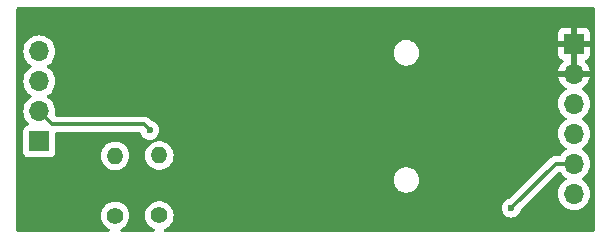
<source format=gbr>
%TF.GenerationSoftware,KiCad,Pcbnew,8.0.4*%
%TF.CreationDate,2024-09-07T22:41:43+02:00*%
%TF.ProjectId,PCB,5043422e-6b69-4636-9164-5f7063625858,rev?*%
%TF.SameCoordinates,Original*%
%TF.FileFunction,Copper,L2,Bot*%
%TF.FilePolarity,Positive*%
%FSLAX46Y46*%
G04 Gerber Fmt 4.6, Leading zero omitted, Abs format (unit mm)*
G04 Created by KiCad (PCBNEW 8.0.4) date 2024-09-07 22:41:43*
%MOMM*%
%LPD*%
G01*
G04 APERTURE LIST*
%TA.AperFunction,ComponentPad*%
%ADD10C,1.400000*%
%TD*%
%TA.AperFunction,ComponentPad*%
%ADD11O,1.400000X1.400000*%
%TD*%
%TA.AperFunction,ComponentPad*%
%ADD12R,1.700000X1.700000*%
%TD*%
%TA.AperFunction,ComponentPad*%
%ADD13O,1.700000X1.700000*%
%TD*%
%TA.AperFunction,ViaPad*%
%ADD14C,0.600000*%
%TD*%
%TA.AperFunction,Conductor*%
%ADD15C,0.300000*%
%TD*%
G04 APERTURE END LIST*
D10*
%TO.P,R2,1*%
%TO.N,+3.3V*%
X155610000Y-93140000D03*
D11*
%TO.P,R2,2*%
%TO.N,/SDA*%
X155610000Y-88060000D03*
%TD*%
%TO.P,R1,2*%
%TO.N,/SCL*%
X151860000Y-88090000D03*
D10*
%TO.P,R1,1*%
%TO.N,+3.3V*%
X151860000Y-93170000D03*
%TD*%
D12*
%TO.P,J3,1,Pin_1*%
%TO.N,GND*%
X190730000Y-78600000D03*
D13*
%TO.P,J3,2,Pin_2*%
X190730000Y-81140000D03*
%TO.P,J3,3,Pin_3*%
%TO.N,/SD*%
X190730000Y-83680000D03*
%TO.P,J3,4,Pin_4*%
%TO.N,/FS*%
X190730000Y-86220000D03*
%TO.P,J3,5,Pin_5*%
%TO.N,+3.3V*%
X190730000Y-88760000D03*
%TO.P,J3,6,Pin_6*%
%TO.N,/VIN*%
X190730000Y-91300000D03*
%TD*%
D12*
%TO.P,J2,1,Pin_1*%
%TO.N,/SCL*%
X145450000Y-86870000D03*
D13*
%TO.P,J2,2,Pin_2*%
%TO.N,/SDA*%
X145450000Y-84330000D03*
%TO.P,J2,3,Pin_3*%
%TO.N,/SCK*%
X145450000Y-81790000D03*
%TO.P,J2,4,Pin_4*%
%TO.N,/MCLK*%
X145450000Y-79250000D03*
%TD*%
D14*
%TO.N,/SDA*%
X154800000Y-85930000D03*
%TO.N,GND*%
X183900000Y-84120000D03*
X183580000Y-81560000D03*
%TO.N,+3.3V*%
X185410000Y-92510000D03*
%TD*%
D15*
%TO.N,/SDA*%
X146540000Y-85420000D02*
X145450000Y-84330000D01*
X154290000Y-85420000D02*
X146540000Y-85420000D01*
X154800000Y-85930000D02*
X154290000Y-85420000D01*
%TO.N,+3.3V*%
X189160000Y-88760000D02*
X190730000Y-88760000D01*
X185410000Y-92510000D02*
X189160000Y-88760000D01*
%TD*%
%TA.AperFunction,Conductor*%
%TO.N,GND*%
G36*
X190980000Y-80706988D02*
G01*
X190922993Y-80674075D01*
X190795826Y-80640000D01*
X190664174Y-80640000D01*
X190537007Y-80674075D01*
X190480000Y-80706988D01*
X190480000Y-79033012D01*
X190537007Y-79065925D01*
X190664174Y-79100000D01*
X190795826Y-79100000D01*
X190922993Y-79065925D01*
X190980000Y-79033012D01*
X190980000Y-80706988D01*
G37*
%TD.AperFunction*%
%TA.AperFunction,Conductor*%
G36*
X192442539Y-75520185D02*
G01*
X192488294Y-75572989D01*
X192499500Y-75624500D01*
X192499500Y-94375500D01*
X192479815Y-94442539D01*
X192427011Y-94488294D01*
X192375500Y-94499500D01*
X156087326Y-94499500D01*
X156020287Y-94479815D01*
X155974532Y-94427011D01*
X155964588Y-94357853D01*
X155993613Y-94294297D01*
X156042533Y-94259873D01*
X156069967Y-94249245D01*
X156147401Y-94219247D01*
X156336562Y-94102124D01*
X156500981Y-93952236D01*
X156635058Y-93774689D01*
X156734229Y-93575528D01*
X156795115Y-93361536D01*
X156815643Y-93140000D01*
X156795115Y-92918464D01*
X156734229Y-92704472D01*
X156726652Y-92689255D01*
X156637391Y-92509996D01*
X184604435Y-92509996D01*
X184604435Y-92510003D01*
X184624630Y-92689249D01*
X184624631Y-92689254D01*
X184684211Y-92859523D01*
X184740096Y-92948462D01*
X184780184Y-93012262D01*
X184907738Y-93139816D01*
X185060478Y-93235789D01*
X185230745Y-93295368D01*
X185230750Y-93295369D01*
X185409996Y-93315565D01*
X185410000Y-93315565D01*
X185410004Y-93315565D01*
X185589249Y-93295369D01*
X185589252Y-93295368D01*
X185589255Y-93295368D01*
X185759522Y-93235789D01*
X185912262Y-93139816D01*
X186039816Y-93012262D01*
X186135789Y-92859522D01*
X186195368Y-92689255D01*
X186196182Y-92682025D01*
X186223245Y-92617611D01*
X186231712Y-92608232D01*
X189388111Y-89451834D01*
X189449432Y-89418351D01*
X189519124Y-89423335D01*
X189575057Y-89465207D01*
X189577365Y-89468393D01*
X189691505Y-89631401D01*
X189691506Y-89631402D01*
X189858597Y-89798493D01*
X189858603Y-89798498D01*
X190044158Y-89928425D01*
X190087783Y-89983002D01*
X190094977Y-90052500D01*
X190063454Y-90114855D01*
X190044158Y-90131575D01*
X189858597Y-90261505D01*
X189691505Y-90428597D01*
X189555965Y-90622169D01*
X189555964Y-90622171D01*
X189456098Y-90836335D01*
X189456094Y-90836344D01*
X189394938Y-91064586D01*
X189394936Y-91064596D01*
X189374341Y-91299999D01*
X189374341Y-91300000D01*
X189394936Y-91535403D01*
X189394938Y-91535413D01*
X189456094Y-91763655D01*
X189456096Y-91763659D01*
X189456097Y-91763663D01*
X189465679Y-91784211D01*
X189555965Y-91977830D01*
X189555967Y-91977834D01*
X189635035Y-92090754D01*
X189691505Y-92171401D01*
X189858599Y-92338495D01*
X189886114Y-92357761D01*
X190052165Y-92474032D01*
X190052167Y-92474033D01*
X190052170Y-92474035D01*
X190266337Y-92573903D01*
X190494592Y-92635063D01*
X190682918Y-92651539D01*
X190729999Y-92655659D01*
X190730000Y-92655659D01*
X190730001Y-92655659D01*
X190769234Y-92652226D01*
X190965408Y-92635063D01*
X191193663Y-92573903D01*
X191407830Y-92474035D01*
X191601401Y-92338495D01*
X191768495Y-92171401D01*
X191904035Y-91977830D01*
X192003903Y-91763663D01*
X192065063Y-91535408D01*
X192085659Y-91300000D01*
X192065063Y-91064592D01*
X192003903Y-90836337D01*
X191904035Y-90622171D01*
X191855499Y-90552853D01*
X191768494Y-90428597D01*
X191601402Y-90261506D01*
X191601396Y-90261501D01*
X191415842Y-90131575D01*
X191372217Y-90076998D01*
X191365023Y-90007500D01*
X191396546Y-89945145D01*
X191415842Y-89928425D01*
X191473356Y-89888153D01*
X191601401Y-89798495D01*
X191768495Y-89631401D01*
X191904035Y-89437830D01*
X192003903Y-89223663D01*
X192065063Y-88995408D01*
X192085659Y-88760000D01*
X192065063Y-88524592D01*
X192003903Y-88296337D01*
X191904035Y-88082171D01*
X191900798Y-88077547D01*
X191768494Y-87888597D01*
X191601402Y-87721506D01*
X191601396Y-87721501D01*
X191415842Y-87591575D01*
X191372217Y-87536998D01*
X191365023Y-87467500D01*
X191396546Y-87405145D01*
X191415842Y-87388425D01*
X191438026Y-87372891D01*
X191601401Y-87258495D01*
X191768495Y-87091401D01*
X191904035Y-86897830D01*
X192003903Y-86683663D01*
X192065063Y-86455408D01*
X192085659Y-86220000D01*
X192065063Y-85984592D01*
X192009619Y-85777669D01*
X192003905Y-85756344D01*
X192003904Y-85756343D01*
X192003903Y-85756337D01*
X191904035Y-85542171D01*
X191892649Y-85525909D01*
X191768494Y-85348597D01*
X191601402Y-85181506D01*
X191601396Y-85181501D01*
X191415842Y-85051575D01*
X191372217Y-84996998D01*
X191365023Y-84927500D01*
X191396546Y-84865145D01*
X191415842Y-84848425D01*
X191438026Y-84832891D01*
X191601401Y-84718495D01*
X191768495Y-84551401D01*
X191904035Y-84357830D01*
X192003903Y-84143663D01*
X192065063Y-83915408D01*
X192085659Y-83680000D01*
X192065063Y-83444592D01*
X192003903Y-83216337D01*
X191904035Y-83002171D01*
X191885112Y-82975145D01*
X191768494Y-82808597D01*
X191601402Y-82641506D01*
X191601401Y-82641505D01*
X191415405Y-82511269D01*
X191371781Y-82456692D01*
X191364588Y-82387193D01*
X191396110Y-82324839D01*
X191415405Y-82308119D01*
X191601082Y-82178105D01*
X191768105Y-82011082D01*
X191903600Y-81817578D01*
X192003429Y-81603492D01*
X192003432Y-81603486D01*
X192060636Y-81390000D01*
X191163012Y-81390000D01*
X191195925Y-81332993D01*
X191230000Y-81205826D01*
X191230000Y-81074174D01*
X191195925Y-80947007D01*
X191163012Y-80890000D01*
X192060636Y-80890000D01*
X192060635Y-80889999D01*
X192003432Y-80676513D01*
X192003429Y-80676507D01*
X191903600Y-80462422D01*
X191903599Y-80462420D01*
X191768113Y-80268926D01*
X191768108Y-80268920D01*
X191645665Y-80146477D01*
X191612180Y-80085154D01*
X191617164Y-80015462D01*
X191659036Y-79959529D01*
X191690013Y-79942614D01*
X191822086Y-79893354D01*
X191822093Y-79893350D01*
X191937187Y-79807190D01*
X191937190Y-79807187D01*
X192023350Y-79692093D01*
X192023354Y-79692086D01*
X192073596Y-79557379D01*
X192073598Y-79557372D01*
X192079999Y-79497844D01*
X192080000Y-79497827D01*
X192080000Y-78850000D01*
X191163012Y-78850000D01*
X191195925Y-78792993D01*
X191230000Y-78665826D01*
X191230000Y-78534174D01*
X191195925Y-78407007D01*
X191163012Y-78350000D01*
X192080000Y-78350000D01*
X192080000Y-77702172D01*
X192079999Y-77702155D01*
X192073598Y-77642627D01*
X192073596Y-77642620D01*
X192023354Y-77507913D01*
X192023350Y-77507906D01*
X191937190Y-77392812D01*
X191937187Y-77392809D01*
X191822093Y-77306649D01*
X191822086Y-77306645D01*
X191687379Y-77256403D01*
X191687372Y-77256401D01*
X191627844Y-77250000D01*
X190980000Y-77250000D01*
X190980000Y-78166988D01*
X190922993Y-78134075D01*
X190795826Y-78100000D01*
X190664174Y-78100000D01*
X190537007Y-78134075D01*
X190480000Y-78166988D01*
X190480000Y-77250000D01*
X189832155Y-77250000D01*
X189772627Y-77256401D01*
X189772620Y-77256403D01*
X189637913Y-77306645D01*
X189637906Y-77306649D01*
X189522812Y-77392809D01*
X189522809Y-77392812D01*
X189436649Y-77507906D01*
X189436645Y-77507913D01*
X189386403Y-77642620D01*
X189386401Y-77642627D01*
X189380000Y-77702155D01*
X189380000Y-78350000D01*
X190296988Y-78350000D01*
X190264075Y-78407007D01*
X190230000Y-78534174D01*
X190230000Y-78665826D01*
X190264075Y-78792993D01*
X190296988Y-78850000D01*
X189380000Y-78850000D01*
X189380000Y-79497844D01*
X189386401Y-79557372D01*
X189386403Y-79557379D01*
X189436645Y-79692086D01*
X189436649Y-79692093D01*
X189522809Y-79807187D01*
X189522812Y-79807190D01*
X189637906Y-79893350D01*
X189637913Y-79893354D01*
X189769986Y-79942614D01*
X189825920Y-79984485D01*
X189850337Y-80049949D01*
X189835486Y-80118222D01*
X189814335Y-80146477D01*
X189691886Y-80268926D01*
X189556400Y-80462420D01*
X189556399Y-80462422D01*
X189456570Y-80676507D01*
X189456567Y-80676513D01*
X189399364Y-80889999D01*
X189399364Y-80890000D01*
X190296988Y-80890000D01*
X190264075Y-80947007D01*
X190230000Y-81074174D01*
X190230000Y-81205826D01*
X190264075Y-81332993D01*
X190296988Y-81390000D01*
X189399364Y-81390000D01*
X189456567Y-81603486D01*
X189456570Y-81603492D01*
X189556399Y-81817578D01*
X189691894Y-82011082D01*
X189858917Y-82178105D01*
X190044595Y-82308119D01*
X190088219Y-82362696D01*
X190095412Y-82432195D01*
X190063890Y-82494549D01*
X190044595Y-82511269D01*
X189858594Y-82641508D01*
X189691505Y-82808597D01*
X189555965Y-83002169D01*
X189555964Y-83002171D01*
X189456098Y-83216335D01*
X189456094Y-83216344D01*
X189394938Y-83444586D01*
X189394936Y-83444596D01*
X189374341Y-83679999D01*
X189374341Y-83680000D01*
X189394936Y-83915403D01*
X189394938Y-83915413D01*
X189456094Y-84143655D01*
X189456096Y-84143659D01*
X189456097Y-84143663D01*
X189542987Y-84329999D01*
X189555965Y-84357830D01*
X189555967Y-84357834D01*
X189691501Y-84551395D01*
X189691506Y-84551402D01*
X189858597Y-84718493D01*
X189858603Y-84718498D01*
X190044158Y-84848425D01*
X190087783Y-84903002D01*
X190094977Y-84972500D01*
X190063454Y-85034855D01*
X190044158Y-85051575D01*
X189858597Y-85181505D01*
X189691505Y-85348597D01*
X189555965Y-85542169D01*
X189555964Y-85542171D01*
X189456098Y-85756335D01*
X189456094Y-85756344D01*
X189394938Y-85984586D01*
X189394936Y-85984596D01*
X189374341Y-86219999D01*
X189374341Y-86220000D01*
X189394936Y-86455403D01*
X189394938Y-86455413D01*
X189456094Y-86683655D01*
X189456096Y-86683659D01*
X189456097Y-86683663D01*
X189538091Y-86859500D01*
X189555965Y-86897830D01*
X189555967Y-86897834D01*
X189691501Y-87091395D01*
X189691506Y-87091402D01*
X189858597Y-87258493D01*
X189858603Y-87258498D01*
X190044158Y-87388425D01*
X190087783Y-87443002D01*
X190094977Y-87512500D01*
X190063454Y-87574855D01*
X190044158Y-87591575D01*
X189858597Y-87721505D01*
X189691506Y-87888596D01*
X189573854Y-88056623D01*
X189519277Y-88100248D01*
X189472279Y-88109500D01*
X189095929Y-88109500D01*
X188970261Y-88134497D01*
X188970255Y-88134499D01*
X188851874Y-88183534D01*
X188745326Y-88254726D01*
X185311775Y-91688277D01*
X185250452Y-91721762D01*
X185237988Y-91723815D01*
X185230752Y-91724630D01*
X185230744Y-91724632D01*
X185060478Y-91784210D01*
X184907737Y-91880184D01*
X184780184Y-92007737D01*
X184684211Y-92160476D01*
X184624631Y-92330745D01*
X184624630Y-92330750D01*
X184604435Y-92509996D01*
X156637391Y-92509996D01*
X156635061Y-92505316D01*
X156635056Y-92505308D01*
X156500979Y-92327761D01*
X156336562Y-92177876D01*
X156336560Y-92177874D01*
X156147404Y-92060754D01*
X156147398Y-92060752D01*
X155939940Y-91980382D01*
X155721243Y-91939500D01*
X155498757Y-91939500D01*
X155280060Y-91980382D01*
X155148864Y-92031207D01*
X155072601Y-92060752D01*
X155072595Y-92060754D01*
X154883439Y-92177874D01*
X154883437Y-92177876D01*
X154719020Y-92327761D01*
X154584943Y-92505308D01*
X154584938Y-92505316D01*
X154485775Y-92704461D01*
X154485769Y-92704476D01*
X154424885Y-92918462D01*
X154424884Y-92918464D01*
X154404357Y-93139999D01*
X154404357Y-93140000D01*
X154424884Y-93361535D01*
X154424885Y-93361537D01*
X154485769Y-93575523D01*
X154485775Y-93575538D01*
X154584938Y-93774683D01*
X154584943Y-93774691D01*
X154719020Y-93952238D01*
X154883437Y-94102123D01*
X154883439Y-94102125D01*
X155072595Y-94219245D01*
X155072597Y-94219246D01*
X155072599Y-94219247D01*
X155072602Y-94219248D01*
X155072604Y-94219249D01*
X155177467Y-94259873D01*
X155232869Y-94302446D01*
X155256460Y-94368213D01*
X155240749Y-94436293D01*
X155190725Y-94485072D01*
X155132674Y-94499500D01*
X152414766Y-94499500D01*
X152347727Y-94479815D01*
X152301972Y-94427011D01*
X152292028Y-94357853D01*
X152321053Y-94294297D01*
X152369972Y-94259873D01*
X152397401Y-94249247D01*
X152586562Y-94132124D01*
X152750981Y-93982236D01*
X152885058Y-93804689D01*
X152984229Y-93605528D01*
X153045115Y-93391536D01*
X153065643Y-93170000D01*
X153045115Y-92948464D01*
X152984229Y-92734472D01*
X152969291Y-92704472D01*
X152885061Y-92535316D01*
X152885056Y-92535308D01*
X152750979Y-92357761D01*
X152586562Y-92207876D01*
X152586560Y-92207874D01*
X152397404Y-92090754D01*
X152397398Y-92090752D01*
X152189940Y-92010382D01*
X151971243Y-91969500D01*
X151748757Y-91969500D01*
X151530060Y-92010382D01*
X151400040Y-92060752D01*
X151322601Y-92090752D01*
X151322595Y-92090754D01*
X151133439Y-92207874D01*
X151133437Y-92207876D01*
X150969020Y-92357761D01*
X150834943Y-92535308D01*
X150834938Y-92535316D01*
X150735775Y-92734461D01*
X150735769Y-92734476D01*
X150674885Y-92948462D01*
X150674884Y-92948464D01*
X150654357Y-93169999D01*
X150654357Y-93170000D01*
X150674884Y-93391535D01*
X150674885Y-93391537D01*
X150735769Y-93605523D01*
X150735775Y-93605538D01*
X150834938Y-93804683D01*
X150834943Y-93804691D01*
X150969020Y-93982238D01*
X151133437Y-94132123D01*
X151133439Y-94132125D01*
X151322595Y-94249245D01*
X151322596Y-94249245D01*
X151322599Y-94249247D01*
X151350028Y-94259873D01*
X151405429Y-94302446D01*
X151429020Y-94368213D01*
X151413309Y-94436293D01*
X151363285Y-94485072D01*
X151305234Y-94499500D01*
X143624500Y-94499500D01*
X143557461Y-94479815D01*
X143511706Y-94427011D01*
X143500500Y-94375500D01*
X143500500Y-90055350D01*
X175444500Y-90055350D01*
X175444500Y-90224649D01*
X175470981Y-90391847D01*
X175523296Y-90552853D01*
X175600152Y-90703688D01*
X175699648Y-90840634D01*
X175699652Y-90840639D01*
X175819360Y-90960347D01*
X175819365Y-90960351D01*
X175938817Y-91047137D01*
X175956315Y-91059850D01*
X176052425Y-91108820D01*
X176107146Y-91136703D01*
X176107148Y-91136703D01*
X176107151Y-91136705D01*
X176193450Y-91164745D01*
X176268152Y-91189018D01*
X176435351Y-91215500D01*
X176435356Y-91215500D01*
X176604649Y-91215500D01*
X176771847Y-91189018D01*
X176932849Y-91136705D01*
X177083685Y-91059850D01*
X177220641Y-90960346D01*
X177340346Y-90840641D01*
X177439850Y-90703685D01*
X177516705Y-90552849D01*
X177569018Y-90391847D01*
X177589663Y-90261501D01*
X177595500Y-90224649D01*
X177595500Y-90055350D01*
X177569018Y-89888152D01*
X177539886Y-89798495D01*
X177516705Y-89727151D01*
X177516703Y-89727148D01*
X177516703Y-89727146D01*
X177467918Y-89631402D01*
X177439850Y-89576315D01*
X177427137Y-89558817D01*
X177340351Y-89439365D01*
X177340347Y-89439360D01*
X177220639Y-89319652D01*
X177220634Y-89319648D01*
X177083688Y-89220152D01*
X177083687Y-89220151D01*
X177083685Y-89220150D01*
X177036582Y-89196150D01*
X176932853Y-89143296D01*
X176771847Y-89090981D01*
X176604649Y-89064500D01*
X176604644Y-89064500D01*
X176435356Y-89064500D01*
X176435351Y-89064500D01*
X176268152Y-89090981D01*
X176107146Y-89143296D01*
X175956311Y-89220152D01*
X175819365Y-89319648D01*
X175819360Y-89319652D01*
X175699652Y-89439360D01*
X175699648Y-89439365D01*
X175600152Y-89576311D01*
X175523296Y-89727146D01*
X175470981Y-89888152D01*
X175444500Y-90055350D01*
X143500500Y-90055350D01*
X143500500Y-79249999D01*
X144094341Y-79249999D01*
X144094341Y-79250000D01*
X144114936Y-79485403D01*
X144114938Y-79485413D01*
X144176094Y-79713655D01*
X144176096Y-79713659D01*
X144176097Y-79713663D01*
X144259887Y-79893350D01*
X144275965Y-79927830D01*
X144275967Y-79927834D01*
X144411501Y-80121395D01*
X144411506Y-80121402D01*
X144578597Y-80288493D01*
X144578603Y-80288498D01*
X144764158Y-80418425D01*
X144807783Y-80473002D01*
X144814977Y-80542500D01*
X144783454Y-80604855D01*
X144764158Y-80621575D01*
X144578597Y-80751505D01*
X144411505Y-80918597D01*
X144275965Y-81112169D01*
X144275964Y-81112171D01*
X144176098Y-81326335D01*
X144176094Y-81326344D01*
X144114938Y-81554586D01*
X144114936Y-81554596D01*
X144094341Y-81789999D01*
X144094341Y-81790000D01*
X144114936Y-82025403D01*
X144114938Y-82025413D01*
X144176094Y-82253655D01*
X144176096Y-82253659D01*
X144176097Y-82253663D01*
X144259348Y-82432195D01*
X144275965Y-82467830D01*
X144275967Y-82467834D01*
X144411501Y-82661395D01*
X144411506Y-82661402D01*
X144578597Y-82828493D01*
X144578603Y-82828498D01*
X144764158Y-82958425D01*
X144807783Y-83013002D01*
X144814977Y-83082500D01*
X144783454Y-83144855D01*
X144764158Y-83161575D01*
X144578597Y-83291505D01*
X144411505Y-83458597D01*
X144275965Y-83652169D01*
X144275964Y-83652171D01*
X144176098Y-83866335D01*
X144176094Y-83866344D01*
X144114938Y-84094586D01*
X144114936Y-84094596D01*
X144094341Y-84329999D01*
X144094341Y-84330000D01*
X144114936Y-84565403D01*
X144114938Y-84565413D01*
X144176094Y-84793655D01*
X144176096Y-84793660D01*
X144176097Y-84793663D01*
X144248998Y-84950000D01*
X144275965Y-85007830D01*
X144275967Y-85007834D01*
X144411501Y-85201395D01*
X144411506Y-85201402D01*
X144533430Y-85323326D01*
X144566915Y-85384649D01*
X144561931Y-85454341D01*
X144520059Y-85510274D01*
X144489083Y-85527189D01*
X144357669Y-85576203D01*
X144357664Y-85576206D01*
X144242455Y-85662452D01*
X144242452Y-85662455D01*
X144156206Y-85777664D01*
X144156202Y-85777671D01*
X144105908Y-85912517D01*
X144099501Y-85972116D01*
X144099500Y-85972135D01*
X144099500Y-87767870D01*
X144099501Y-87767876D01*
X144105908Y-87827483D01*
X144156202Y-87962328D01*
X144156206Y-87962335D01*
X144242452Y-88077544D01*
X144242455Y-88077547D01*
X144357664Y-88163793D01*
X144357671Y-88163797D01*
X144492517Y-88214091D01*
X144492516Y-88214091D01*
X144499444Y-88214835D01*
X144552127Y-88220500D01*
X146347872Y-88220499D01*
X146407483Y-88214091D01*
X146542331Y-88163796D01*
X146640911Y-88089999D01*
X150654357Y-88089999D01*
X150654357Y-88090000D01*
X150674884Y-88311535D01*
X150674885Y-88311537D01*
X150735769Y-88525523D01*
X150735775Y-88525538D01*
X150834938Y-88724683D01*
X150834943Y-88724691D01*
X150969020Y-88902238D01*
X151133437Y-89052123D01*
X151133439Y-89052125D01*
X151322595Y-89169245D01*
X151322596Y-89169245D01*
X151322599Y-89169247D01*
X151530060Y-89249618D01*
X151748757Y-89290500D01*
X151748759Y-89290500D01*
X151971241Y-89290500D01*
X151971243Y-89290500D01*
X152189940Y-89249618D01*
X152397401Y-89169247D01*
X152586562Y-89052124D01*
X152750981Y-88902236D01*
X152885058Y-88724689D01*
X152984229Y-88525528D01*
X153045115Y-88311536D01*
X153065643Y-88090000D01*
X153062863Y-88059999D01*
X154404357Y-88059999D01*
X154404357Y-88060000D01*
X154424884Y-88281535D01*
X154424885Y-88281537D01*
X154485769Y-88495523D01*
X154485775Y-88495538D01*
X154584938Y-88694683D01*
X154584943Y-88694691D01*
X154719020Y-88872238D01*
X154883437Y-89022123D01*
X154883439Y-89022125D01*
X155072595Y-89139245D01*
X155072596Y-89139245D01*
X155072599Y-89139247D01*
X155280060Y-89219618D01*
X155498757Y-89260500D01*
X155498759Y-89260500D01*
X155721241Y-89260500D01*
X155721243Y-89260500D01*
X155939940Y-89219618D01*
X156147401Y-89139247D01*
X156336562Y-89022124D01*
X156500981Y-88872236D01*
X156635058Y-88694689D01*
X156734229Y-88495528D01*
X156795115Y-88281536D01*
X156815643Y-88060000D01*
X156795115Y-87838464D01*
X156734229Y-87624472D01*
X156734224Y-87624461D01*
X156635061Y-87425316D01*
X156635056Y-87425308D01*
X156500979Y-87247761D01*
X156336562Y-87097876D01*
X156336560Y-87097874D01*
X156147404Y-86980754D01*
X156147398Y-86980752D01*
X155939940Y-86900382D01*
X155721243Y-86859500D01*
X155498757Y-86859500D01*
X155280060Y-86900382D01*
X155148864Y-86951207D01*
X155072601Y-86980752D01*
X155072595Y-86980754D01*
X154883439Y-87097874D01*
X154883437Y-87097876D01*
X154719020Y-87247761D01*
X154584943Y-87425308D01*
X154584938Y-87425316D01*
X154485775Y-87624461D01*
X154485769Y-87624476D01*
X154424885Y-87838462D01*
X154424884Y-87838464D01*
X154404357Y-88059999D01*
X153062863Y-88059999D01*
X153045115Y-87868464D01*
X152984229Y-87654472D01*
X152969291Y-87624472D01*
X152885061Y-87455316D01*
X152885056Y-87455308D01*
X152750979Y-87277761D01*
X152586562Y-87127876D01*
X152586560Y-87127874D01*
X152397404Y-87010754D01*
X152397398Y-87010752D01*
X152189940Y-86930382D01*
X151971243Y-86889500D01*
X151748757Y-86889500D01*
X151530060Y-86930382D01*
X151400040Y-86980752D01*
X151322601Y-87010752D01*
X151322595Y-87010754D01*
X151133439Y-87127874D01*
X151133437Y-87127876D01*
X150969020Y-87277761D01*
X150834943Y-87455308D01*
X150834938Y-87455316D01*
X150735775Y-87654461D01*
X150735769Y-87654476D01*
X150674885Y-87868462D01*
X150674884Y-87868464D01*
X150654357Y-88089999D01*
X146640911Y-88089999D01*
X146657546Y-88077546D01*
X146743796Y-87962331D01*
X146794091Y-87827483D01*
X146800500Y-87767873D01*
X146800499Y-86194499D01*
X146820184Y-86127461D01*
X146872987Y-86081706D01*
X146924499Y-86070500D01*
X153913088Y-86070500D01*
X153980127Y-86090185D01*
X154025882Y-86142989D01*
X154030130Y-86153546D01*
X154074210Y-86279521D01*
X154170184Y-86432262D01*
X154297738Y-86559816D01*
X154450478Y-86655789D01*
X154620745Y-86715368D01*
X154620750Y-86715369D01*
X154799996Y-86735565D01*
X154800000Y-86735565D01*
X154800004Y-86735565D01*
X154979249Y-86715369D01*
X154979252Y-86715368D01*
X154979255Y-86715368D01*
X155149522Y-86655789D01*
X155302262Y-86559816D01*
X155429816Y-86432262D01*
X155525789Y-86279522D01*
X155585368Y-86109255D01*
X155600818Y-85972135D01*
X155605565Y-85930003D01*
X155605565Y-85929996D01*
X155585369Y-85750750D01*
X155585368Y-85750745D01*
X155554474Y-85662455D01*
X155525789Y-85580478D01*
X155523103Y-85576204D01*
X155429815Y-85427737D01*
X155302262Y-85300184D01*
X155149521Y-85204210D01*
X154979255Y-85144632D01*
X154979246Y-85144630D01*
X154972012Y-85143815D01*
X154907600Y-85116744D01*
X154898223Y-85108277D01*
X154704674Y-84914727D01*
X154704673Y-84914726D01*
X154630469Y-84865145D01*
X154598127Y-84843535D01*
X154479744Y-84794499D01*
X154479742Y-84794498D01*
X154479735Y-84794496D01*
X154475540Y-84793662D01*
X154475538Y-84793662D01*
X154354071Y-84769500D01*
X154354069Y-84769500D01*
X146891977Y-84769500D01*
X146824938Y-84749815D01*
X146779183Y-84697011D01*
X146769239Y-84627853D01*
X146772202Y-84613407D01*
X146776235Y-84598351D01*
X146785063Y-84565408D01*
X146805659Y-84330000D01*
X146785063Y-84094592D01*
X146723903Y-83866337D01*
X146624035Y-83652171D01*
X146488495Y-83458599D01*
X146488494Y-83458597D01*
X146321402Y-83291506D01*
X146321396Y-83291501D01*
X146135842Y-83161575D01*
X146092217Y-83106998D01*
X146085023Y-83037500D01*
X146116546Y-82975145D01*
X146135842Y-82958425D01*
X146158026Y-82942891D01*
X146321401Y-82828495D01*
X146488495Y-82661401D01*
X146624035Y-82467830D01*
X146723903Y-82253663D01*
X146785063Y-82025408D01*
X146805659Y-81790000D01*
X146785063Y-81554592D01*
X146738626Y-81381285D01*
X146723905Y-81326344D01*
X146723904Y-81326343D01*
X146723903Y-81326337D01*
X146624035Y-81112171D01*
X146597430Y-81074174D01*
X146488494Y-80918597D01*
X146321402Y-80751506D01*
X146321396Y-80751501D01*
X146135842Y-80621575D01*
X146092217Y-80566998D01*
X146085023Y-80497500D01*
X146116546Y-80435145D01*
X146135842Y-80418425D01*
X146158026Y-80402891D01*
X146321401Y-80288495D01*
X146488495Y-80121401D01*
X146624035Y-79927830D01*
X146723903Y-79713663D01*
X146785063Y-79485408D01*
X146802566Y-79285350D01*
X175444500Y-79285350D01*
X175444500Y-79454649D01*
X175470981Y-79621847D01*
X175523296Y-79782853D01*
X175600152Y-79933688D01*
X175699648Y-80070634D01*
X175699652Y-80070639D01*
X175819360Y-80190347D01*
X175819365Y-80190351D01*
X175927507Y-80268920D01*
X175956315Y-80289850D01*
X176052425Y-80338820D01*
X176107146Y-80366703D01*
X176107148Y-80366703D01*
X176107151Y-80366705D01*
X176193450Y-80394745D01*
X176268152Y-80419018D01*
X176435351Y-80445500D01*
X176435356Y-80445500D01*
X176604649Y-80445500D01*
X176771847Y-80419018D01*
X176773672Y-80418425D01*
X176932849Y-80366705D01*
X177083685Y-80289850D01*
X177220641Y-80190346D01*
X177340346Y-80070641D01*
X177439850Y-79933685D01*
X177516705Y-79782849D01*
X177569018Y-79621847D01*
X177590628Y-79485408D01*
X177595500Y-79454649D01*
X177595500Y-79285350D01*
X177569018Y-79118152D01*
X177516703Y-78957146D01*
X177488820Y-78902425D01*
X177439850Y-78806315D01*
X177425334Y-78786335D01*
X177340351Y-78669365D01*
X177340347Y-78669360D01*
X177220639Y-78549652D01*
X177220634Y-78549648D01*
X177083688Y-78450152D01*
X177083687Y-78450151D01*
X177083685Y-78450150D01*
X177036582Y-78426150D01*
X176932853Y-78373296D01*
X176771847Y-78320981D01*
X176604649Y-78294500D01*
X176604644Y-78294500D01*
X176435356Y-78294500D01*
X176435351Y-78294500D01*
X176268152Y-78320981D01*
X176107146Y-78373296D01*
X175956311Y-78450152D01*
X175819365Y-78549648D01*
X175819360Y-78549652D01*
X175699652Y-78669360D01*
X175699648Y-78669365D01*
X175600152Y-78806311D01*
X175523296Y-78957146D01*
X175470981Y-79118152D01*
X175444500Y-79285350D01*
X146802566Y-79285350D01*
X146805659Y-79250000D01*
X146785063Y-79014592D01*
X146729255Y-78806311D01*
X146723905Y-78786344D01*
X146723904Y-78786343D01*
X146723903Y-78786337D01*
X146624035Y-78572171D01*
X146608269Y-78549654D01*
X146488494Y-78378597D01*
X146321402Y-78211506D01*
X146321395Y-78211501D01*
X146127834Y-78075967D01*
X146127830Y-78075965D01*
X146127828Y-78075964D01*
X145913663Y-77976097D01*
X145913659Y-77976096D01*
X145913655Y-77976094D01*
X145685413Y-77914938D01*
X145685403Y-77914936D01*
X145450001Y-77894341D01*
X145449999Y-77894341D01*
X145214596Y-77914936D01*
X145214586Y-77914938D01*
X144986344Y-77976094D01*
X144986335Y-77976098D01*
X144772171Y-78075964D01*
X144772169Y-78075965D01*
X144578597Y-78211505D01*
X144411505Y-78378597D01*
X144275965Y-78572169D01*
X144275964Y-78572171D01*
X144176098Y-78786335D01*
X144176094Y-78786344D01*
X144114938Y-79014586D01*
X144114936Y-79014596D01*
X144094341Y-79249999D01*
X143500500Y-79249999D01*
X143500500Y-75624500D01*
X143520185Y-75557461D01*
X143572989Y-75511706D01*
X143624500Y-75500500D01*
X192375500Y-75500500D01*
X192442539Y-75520185D01*
G37*
%TD.AperFunction*%
%TD*%
M02*

</source>
